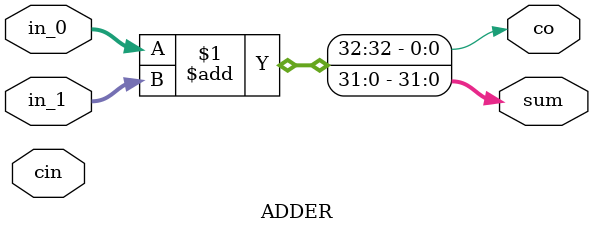
<source format=v>
`timescale 1ns / 1ps


module ADDER(
    input [31:0] in_0, in_1,
    input cin,
    output [31:0] sum,
    output co
    );
    assign {co, sum} = in_0 + in_1;
endmodule

</source>
